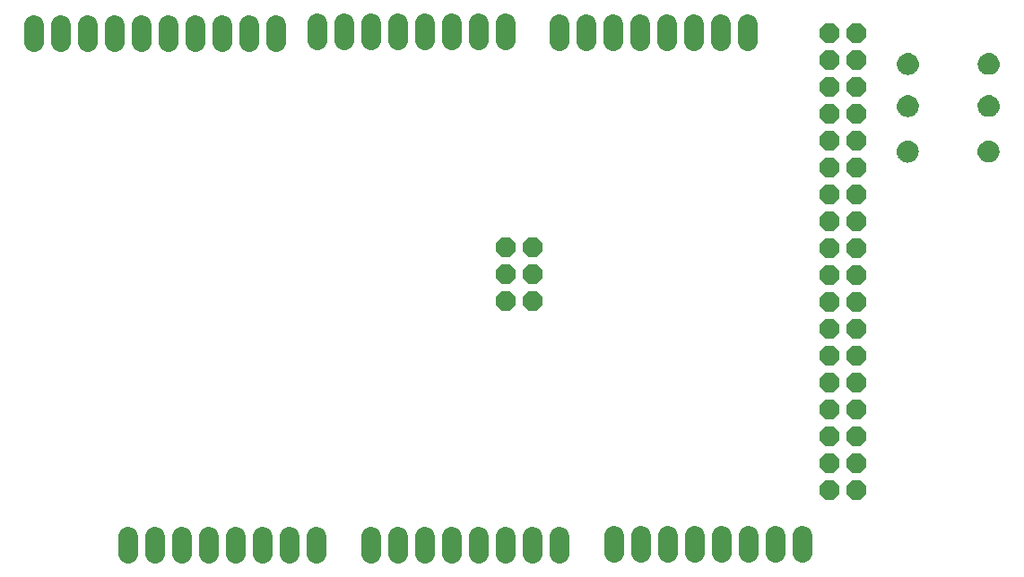
<source format=gbs>
G75*
%MOIN*%
%OFA0B0*%
%FSLAX25Y25*%
%IPPOS*%
%LPD*%
%AMOC8*
5,1,8,0,0,1.08239X$1,22.5*
%
%ADD10C,0.07200*%
%ADD11OC8,0.07200*%
%ADD12C,0.00500*%
D10*
X0050689Y0007786D02*
X0050689Y0014186D01*
X0060689Y0014186D02*
X0060689Y0007786D01*
X0070689Y0007786D02*
X0070689Y0014186D01*
X0080689Y0014186D02*
X0080689Y0007786D01*
X0090689Y0007786D02*
X0090689Y0014186D01*
X0100689Y0014186D02*
X0100689Y0007786D01*
X0110689Y0007786D02*
X0110689Y0014186D01*
X0120689Y0014186D02*
X0120689Y0007786D01*
X0141013Y0007786D02*
X0141013Y0014186D01*
X0151013Y0014186D02*
X0151013Y0007786D01*
X0161013Y0007786D02*
X0161013Y0014186D01*
X0171013Y0014186D02*
X0171013Y0007786D01*
X0181013Y0007786D02*
X0181013Y0014186D01*
X0191013Y0014186D02*
X0191013Y0007786D01*
X0201013Y0007786D02*
X0201013Y0014186D01*
X0211013Y0014186D02*
X0211013Y0007786D01*
X0231337Y0008119D02*
X0231337Y0014519D01*
X0241337Y0014519D02*
X0241337Y0008119D01*
X0251337Y0008119D02*
X0251337Y0014519D01*
X0261337Y0014519D02*
X0261337Y0008119D01*
X0271337Y0008119D02*
X0271337Y0014519D01*
X0281337Y0014519D02*
X0281337Y0008119D01*
X0291337Y0008119D02*
X0291337Y0014519D01*
X0301337Y0014519D02*
X0301337Y0008119D01*
X0281006Y0198434D02*
X0281006Y0204834D01*
X0271006Y0204834D02*
X0271006Y0198434D01*
X0261006Y0198434D02*
X0261006Y0204834D01*
X0251006Y0204834D02*
X0251006Y0198434D01*
X0241006Y0198434D02*
X0241006Y0204834D01*
X0231006Y0204834D02*
X0231006Y0198434D01*
X0221006Y0198434D02*
X0221006Y0204834D01*
X0211006Y0204834D02*
X0211006Y0198434D01*
X0191015Y0198767D02*
X0191015Y0205167D01*
X0181015Y0205167D02*
X0181015Y0198767D01*
X0171015Y0198767D02*
X0171015Y0205167D01*
X0161015Y0205167D02*
X0161015Y0198767D01*
X0151015Y0198767D02*
X0151015Y0205167D01*
X0141015Y0205167D02*
X0141015Y0198767D01*
X0131015Y0198767D02*
X0131015Y0205167D01*
X0121015Y0205167D02*
X0121015Y0198767D01*
X0105691Y0198100D02*
X0105691Y0204500D01*
X0095691Y0204500D02*
X0095691Y0198100D01*
X0085691Y0198100D02*
X0085691Y0204500D01*
X0075691Y0204500D02*
X0075691Y0198100D01*
X0065691Y0198100D02*
X0065691Y0204500D01*
X0055691Y0204500D02*
X0055691Y0198100D01*
X0045691Y0198100D02*
X0045691Y0204500D01*
X0035691Y0204500D02*
X0035691Y0198100D01*
X0025691Y0198100D02*
X0025691Y0204500D01*
X0015691Y0204500D02*
X0015691Y0198100D01*
D11*
X0191011Y0121643D03*
X0201011Y0121643D03*
X0201011Y0111643D03*
X0191011Y0111643D03*
X0191011Y0101643D03*
X0201011Y0101643D03*
X0311200Y0101439D03*
X0321200Y0101439D03*
X0321200Y0091439D03*
X0311200Y0091439D03*
X0311200Y0081439D03*
X0321200Y0081439D03*
X0321200Y0071439D03*
X0311200Y0071439D03*
X0311200Y0061439D03*
X0321200Y0061439D03*
X0321200Y0051439D03*
X0311200Y0051439D03*
X0311200Y0041439D03*
X0321200Y0041439D03*
X0321200Y0031439D03*
X0311200Y0031439D03*
X0311200Y0111439D03*
X0321200Y0111439D03*
X0321200Y0121439D03*
X0311200Y0121439D03*
X0311200Y0131439D03*
X0321200Y0131439D03*
X0321200Y0141439D03*
X0311200Y0141439D03*
X0311200Y0151439D03*
X0321200Y0151439D03*
X0321200Y0161439D03*
X0311200Y0161439D03*
X0311200Y0171439D03*
X0321200Y0171439D03*
X0321200Y0181439D03*
X0311200Y0181439D03*
X0311200Y0191439D03*
X0321200Y0191439D03*
X0321200Y0201439D03*
X0311200Y0201439D03*
D12*
X0337003Y0191176D02*
X0336839Y0190534D01*
X0336790Y0189875D01*
X0336871Y0189152D01*
X0337091Y0188459D01*
X0337443Y0187822D01*
X0337911Y0187266D01*
X0338480Y0186812D01*
X0339126Y0186478D01*
X0339825Y0186276D01*
X0340549Y0186215D01*
X0341270Y0186278D01*
X0341965Y0186480D01*
X0342606Y0186814D01*
X0343171Y0187267D01*
X0343636Y0187821D01*
X0343983Y0188455D01*
X0344201Y0189145D01*
X0344280Y0189865D01*
X0344231Y0190524D01*
X0344070Y0191166D01*
X0343799Y0191770D01*
X0343427Y0192317D01*
X0342966Y0192792D01*
X0342430Y0193179D01*
X0341834Y0193467D01*
X0341198Y0193648D01*
X0340539Y0193715D01*
X0339881Y0193650D01*
X0339244Y0193471D01*
X0338648Y0193184D01*
X0338111Y0192798D01*
X0337648Y0192325D01*
X0337275Y0191778D01*
X0337003Y0191176D01*
X0336941Y0190934D02*
X0344128Y0190934D01*
X0344238Y0190436D02*
X0336832Y0190436D01*
X0336794Y0189937D02*
X0344274Y0189937D01*
X0344233Y0189439D02*
X0336839Y0189439D01*
X0336938Y0188940D02*
X0344136Y0188940D01*
X0343976Y0188442D02*
X0337101Y0188442D01*
X0337376Y0187943D02*
X0343703Y0187943D01*
X0343320Y0187445D02*
X0337761Y0187445D01*
X0338312Y0186946D02*
X0342771Y0186946D01*
X0341854Y0186448D02*
X0339231Y0186448D01*
X0337119Y0191433D02*
X0343950Y0191433D01*
X0343689Y0191931D02*
X0337380Y0191931D01*
X0337751Y0192430D02*
X0343317Y0192430D01*
X0342777Y0192928D02*
X0338292Y0192928D01*
X0339153Y0193427D02*
X0341917Y0193427D01*
X0366869Y0190564D02*
X0367033Y0191205D01*
X0367305Y0191808D01*
X0367678Y0192355D01*
X0368140Y0192828D01*
X0368678Y0193214D01*
X0369274Y0193501D01*
X0369911Y0193679D01*
X0370569Y0193745D01*
X0371227Y0193678D01*
X0371864Y0193497D01*
X0372460Y0193209D01*
X0372996Y0192822D01*
X0373457Y0192347D01*
X0373829Y0191800D01*
X0374099Y0191196D01*
X0374261Y0190554D01*
X0374309Y0189894D01*
X0374231Y0189175D01*
X0374013Y0188485D01*
X0373665Y0187851D01*
X0373200Y0187297D01*
X0372636Y0186844D01*
X0371994Y0186510D01*
X0371300Y0186307D01*
X0370579Y0186244D01*
X0369854Y0186306D01*
X0369156Y0186508D01*
X0368510Y0186842D01*
X0367941Y0187296D01*
X0367472Y0187852D01*
X0367121Y0188489D01*
X0366901Y0189182D01*
X0366820Y0189905D01*
X0366869Y0190564D01*
X0366860Y0190436D02*
X0374270Y0190436D01*
X0374306Y0189937D02*
X0366822Y0189937D01*
X0366872Y0189439D02*
X0374260Y0189439D01*
X0374157Y0188940D02*
X0366978Y0188940D01*
X0367147Y0188442D02*
X0373990Y0188442D01*
X0373716Y0187943D02*
X0367422Y0187943D01*
X0367816Y0187445D02*
X0373325Y0187445D01*
X0372764Y0186946D02*
X0368379Y0186946D01*
X0369364Y0186448D02*
X0371781Y0186448D01*
X0374165Y0190934D02*
X0366964Y0190934D01*
X0367136Y0191433D02*
X0373993Y0191433D01*
X0373739Y0191931D02*
X0367389Y0191931D01*
X0367752Y0192430D02*
X0373376Y0192430D01*
X0372848Y0192928D02*
X0368280Y0192928D01*
X0369121Y0193427D02*
X0372009Y0193427D01*
X0370554Y0178091D02*
X0371212Y0178024D01*
X0371848Y0177844D01*
X0372444Y0177555D01*
X0372980Y0177168D01*
X0373441Y0176693D01*
X0373813Y0176146D01*
X0374084Y0175542D01*
X0374246Y0174901D01*
X0374294Y0174241D01*
X0374215Y0173522D01*
X0373998Y0172832D01*
X0373650Y0172197D01*
X0373185Y0171643D01*
X0372620Y0171190D01*
X0371979Y0170856D01*
X0371284Y0170654D01*
X0370563Y0170591D01*
X0369839Y0170653D01*
X0369140Y0170854D01*
X0368494Y0171189D01*
X0367926Y0171642D01*
X0367457Y0172198D01*
X0367105Y0172835D01*
X0366885Y0173528D01*
X0366804Y0174251D01*
X0366854Y0174911D01*
X0367017Y0175552D01*
X0367290Y0176155D01*
X0367663Y0176701D01*
X0368125Y0177175D01*
X0368662Y0177560D01*
X0369258Y0177847D01*
X0369895Y0178026D01*
X0370554Y0178091D01*
X0371392Y0177973D02*
X0369707Y0177973D01*
X0368542Y0177474D02*
X0372556Y0177474D01*
X0373167Y0176976D02*
X0367931Y0176976D01*
X0367510Y0176477D02*
X0373588Y0176477D01*
X0373888Y0175979D02*
X0367210Y0175979D01*
X0366999Y0175480D02*
X0374099Y0175480D01*
X0374225Y0174982D02*
X0366872Y0174982D01*
X0366821Y0174483D02*
X0374276Y0174483D01*
X0374266Y0173985D02*
X0366834Y0173985D01*
X0366898Y0173486D02*
X0374204Y0173486D01*
X0374047Y0172988D02*
X0367057Y0172988D01*
X0367296Y0172489D02*
X0373810Y0172489D01*
X0373476Y0171991D02*
X0367632Y0171991D01*
X0368114Y0171492D02*
X0372997Y0171492D01*
X0372243Y0170994D02*
X0368870Y0170994D01*
X0369762Y0161014D02*
X0370482Y0161077D01*
X0371207Y0161015D01*
X0371906Y0160813D01*
X0372552Y0160479D01*
X0373120Y0160025D01*
X0373589Y0159469D01*
X0373940Y0158832D01*
X0374161Y0158139D01*
X0374242Y0157417D01*
X0374192Y0156757D01*
X0374028Y0156116D01*
X0373756Y0155513D01*
X0373383Y0154967D01*
X0372921Y0154493D01*
X0372384Y0154107D01*
X0371787Y0153821D01*
X0371150Y0153642D01*
X0370492Y0153576D01*
X0369834Y0153644D01*
X0369197Y0153824D01*
X0368602Y0154112D01*
X0368065Y0154500D01*
X0367604Y0154974D01*
X0367233Y0155522D01*
X0366962Y0156125D01*
X0366800Y0156767D01*
X0366752Y0157427D01*
X0366831Y0158146D01*
X0367048Y0158836D01*
X0367396Y0159470D01*
X0367861Y0160025D01*
X0368425Y0160477D01*
X0369067Y0160811D01*
X0369762Y0161014D01*
X0369874Y0161024D02*
X0371108Y0161024D01*
X0372463Y0160525D02*
X0368517Y0160525D01*
X0367863Y0160027D02*
X0373118Y0160027D01*
X0373539Y0159528D02*
X0367444Y0159528D01*
X0367154Y0159030D02*
X0373832Y0159030D01*
X0374036Y0158531D02*
X0366952Y0158531D01*
X0366818Y0158033D02*
X0374173Y0158033D01*
X0374229Y0157534D02*
X0366764Y0157534D01*
X0366780Y0157036D02*
X0374213Y0157036D01*
X0374136Y0156537D02*
X0366858Y0156537D01*
X0367001Y0156039D02*
X0373994Y0156039D01*
X0373768Y0155540D02*
X0367225Y0155540D01*
X0367559Y0155041D02*
X0373434Y0155041D01*
X0372970Y0154543D02*
X0368023Y0154543D01*
X0368742Y0154044D02*
X0372253Y0154044D01*
X0344162Y0156727D02*
X0343999Y0156086D01*
X0343726Y0155483D01*
X0343353Y0154937D01*
X0342891Y0154463D01*
X0342354Y0154077D01*
X0341757Y0153791D01*
X0341121Y0153612D01*
X0340462Y0153546D01*
X0339804Y0153614D01*
X0339167Y0153794D01*
X0338572Y0154082D01*
X0338036Y0154470D01*
X0337575Y0154944D01*
X0337203Y0155492D01*
X0336932Y0156095D01*
X0336770Y0156737D01*
X0336722Y0157397D01*
X0336801Y0158116D01*
X0337018Y0158806D01*
X0337366Y0159440D01*
X0337831Y0159995D01*
X0338395Y0160448D01*
X0339037Y0160782D01*
X0339732Y0160984D01*
X0340452Y0161047D01*
X0341177Y0160985D01*
X0341876Y0160783D01*
X0342522Y0160449D01*
X0343090Y0159995D01*
X0343559Y0159439D01*
X0343910Y0158803D01*
X0344131Y0158109D01*
X0344212Y0157387D01*
X0344162Y0156727D01*
X0344114Y0156537D02*
X0336821Y0156537D01*
X0336748Y0157036D02*
X0344185Y0157036D01*
X0344195Y0157534D02*
X0336737Y0157534D01*
X0336792Y0158033D02*
X0344139Y0158033D01*
X0343997Y0158531D02*
X0336931Y0158531D01*
X0337141Y0159030D02*
X0343785Y0159030D01*
X0343484Y0159528D02*
X0337440Y0159528D01*
X0337871Y0160027D02*
X0343051Y0160027D01*
X0342375Y0160525D02*
X0338544Y0160525D01*
X0340186Y0161024D02*
X0340726Y0161024D01*
X0343977Y0156039D02*
X0336958Y0156039D01*
X0337181Y0155540D02*
X0343752Y0155540D01*
X0343425Y0155041D02*
X0337509Y0155041D01*
X0337964Y0154543D02*
X0342969Y0154543D01*
X0342285Y0154044D02*
X0338650Y0154044D01*
X0339809Y0170623D02*
X0339110Y0170824D01*
X0338464Y0171159D01*
X0337896Y0171613D01*
X0337427Y0172169D01*
X0337075Y0172805D01*
X0336855Y0173498D01*
X0336774Y0174221D01*
X0336824Y0174881D01*
X0336987Y0175522D01*
X0337260Y0176125D01*
X0337633Y0176671D01*
X0338095Y0177145D01*
X0338632Y0177530D01*
X0339228Y0177817D01*
X0339865Y0177996D01*
X0340524Y0178061D01*
X0341182Y0177994D01*
X0341818Y0177814D01*
X0342414Y0177525D01*
X0342950Y0177138D01*
X0343411Y0176663D01*
X0343783Y0176116D01*
X0344054Y0175512D01*
X0344216Y0174871D01*
X0344264Y0174211D01*
X0344185Y0173492D01*
X0343968Y0172802D01*
X0343620Y0172167D01*
X0343155Y0171613D01*
X0342591Y0171160D01*
X0341949Y0170826D01*
X0341254Y0170624D01*
X0340533Y0170561D01*
X0339809Y0170623D01*
X0338783Y0170994D02*
X0342271Y0170994D01*
X0343004Y0171492D02*
X0338046Y0171492D01*
X0337577Y0171991D02*
X0343472Y0171991D01*
X0343796Y0172489D02*
X0337250Y0172489D01*
X0337017Y0172988D02*
X0344026Y0172988D01*
X0344183Y0173486D02*
X0336859Y0173486D01*
X0336800Y0173985D02*
X0344239Y0173985D01*
X0344244Y0174483D02*
X0336794Y0174483D01*
X0336850Y0174982D02*
X0344188Y0174982D01*
X0344062Y0175480D02*
X0336977Y0175480D01*
X0337194Y0175979D02*
X0343844Y0175979D01*
X0343538Y0176477D02*
X0337500Y0176477D01*
X0337930Y0176976D02*
X0343108Y0176976D01*
X0342484Y0177474D02*
X0338554Y0177474D01*
X0339784Y0177973D02*
X0341257Y0177973D01*
M02*

</source>
